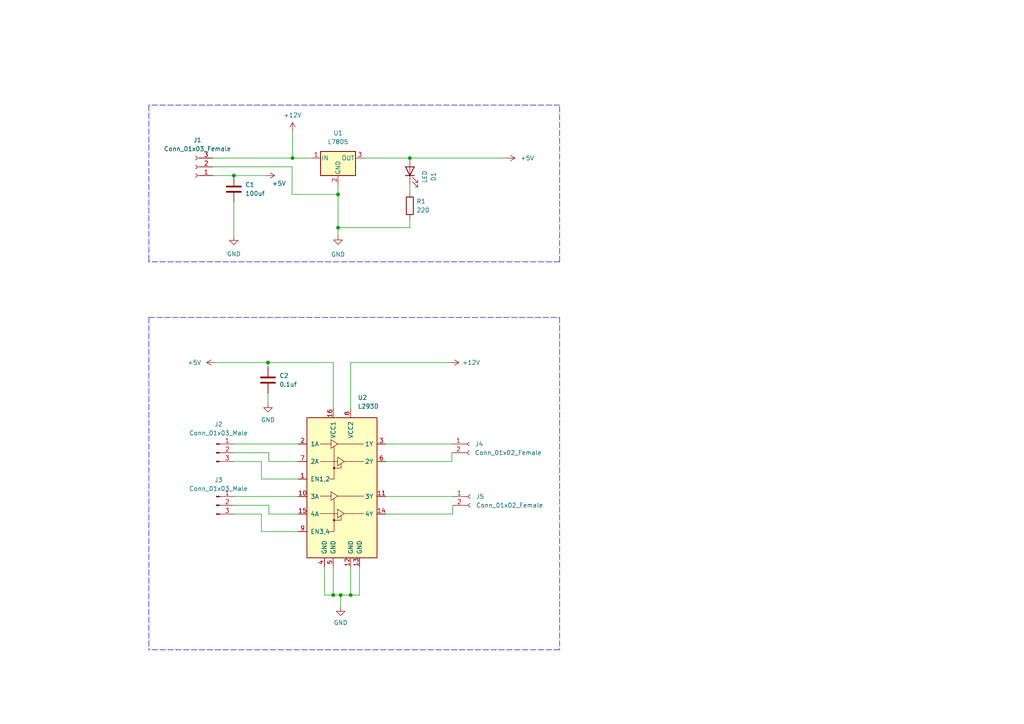
<source format=kicad_sch>
(kicad_sch (version 20211123) (generator eeschema)
  (paper "A4")
  (lib_symbols
    (symbol "Connector:Conn_01x02_Female" (pin_names (offset 1.016) hide)
      (property "Reference" "J" (at 0 2.54 0))
      (property "Value" "Conn_01x02_Female" (at 0 -5.08 0))
      (symbol "Conn_01x02_Female_1_1"
        (arc (start 0 -2.032) (mid -0.508 -2.54) (end 0 -3.048) (stroke (width 0.1524)))
        (polyline (pts (xy -1.27 -2.54) (xy -0.508 -2.54)) (stroke (width 0.1524)))
        (polyline (pts (xy -1.27 0) (xy -0.508 0)) (stroke (width 0.1524)))
        (arc (start 0 0.508) (mid -0.508 0) (end 0 -0.508) (stroke (width 0.1524)))
        (pin passive line (at -5.08 0 0) (length 3.81) (name "Pin_1") (number "1"))
        (pin passive line (at -5.08 -2.54 0) (length 3.81) (name "Pin_2") (number "2"))
      )
    )
    (symbol "Connector:Conn_01x03_Female" (pin_names (offset 1.016) hide)
      (property "Reference" "J" (at 0 5.08 0))
      (property "Value" "Conn_01x03_Female" (at 0 -5.08 0))
      (symbol "Conn_01x03_Female_1_1"
        (arc (start 0 -2.032) (mid -0.508 -2.54) (end 0 -3.048) (stroke (width 0.1524)))
        (polyline (pts (xy -1.27 -2.54) (xy -0.508 -2.54)) (stroke (width 0.1524)))
        (polyline (pts (xy -1.27 0) (xy -0.508 0)) (stroke (width 0.1524)))
        (polyline (pts (xy -1.27 2.54) (xy -0.508 2.54)) (stroke (width 0.1524)))
        (arc (start 0 0.508) (mid -0.508 0) (end 0 -0.508) (stroke (width 0.1524)))
        (arc (start 0 3.048) (mid -0.508 2.54) (end 0 2.032) (stroke (width 0.1524)))
        (pin passive line (at -5.08 2.54 0) (length 3.81) (name "Pin_1") (number "1"))
        (pin passive line (at -5.08 0 0) (length 3.81) (name "Pin_2") (number "2"))
        (pin passive line (at -5.08 -2.54 0) (length 3.81) (name "Pin_3") (number "3"))
      )
    )
    (symbol "Connector:Conn_01x03_Male" (pin_names (offset 1.016) hide)
      (property "Reference" "J" (at 0 5.08 0))
      (property "Value" "Conn_01x03_Male" (at 0 -5.08 0))
      (symbol "Conn_01x03_Male_1_1"
        (polyline (pts (xy 1.27 -2.54) (xy 0.8636 -2.54)) (stroke (width 0.1524)))
        (polyline (pts (xy 1.27 0) (xy 0.8636 0)) (stroke (width 0.1524)))
        (polyline (pts (xy 1.27 2.54) (xy 0.8636 2.54)) (stroke (width 0.1524)))
        (rectangle (start 0.8636 -2.413) (end 0 -2.667) (stroke (width 0.1524)) (fill (type outline)))
        (rectangle (start 0.8636 0.127) (end 0 -0.127) (stroke (width 0.1524)) (fill (type outline)))
        (rectangle (start 0.8636 2.667) (end 0 2.413) (stroke (width 0.1524)) (fill (type outline)))
        (pin passive line (at 5.08 2.54 180) (length 3.81) (name "Pin_1") (number "1"))
        (pin passive line (at 5.08 0 180) (length 3.81) (name "Pin_2") (number "2"))
        (pin passive line (at 5.08 -2.54 180) (length 3.81) (name "Pin_3") (number "3"))
      )
    )
    (symbol "Device:C" (pin_numbers hide) (pin_names (offset 0.254))
      (property "Reference" "C" (at 0.635 2.54 0))
      (property "Value" "C" (at 0.635 -2.54 0))
      (symbol "C_0_1"
        (polyline (pts (xy -2.032 -0.762) (xy 2.032 -0.762)) (stroke (width 0.508)))
        (polyline (pts (xy -2.032 0.762) (xy 2.032 0.762)) (stroke (width 0.508)))
      )
      (symbol "C_1_1"
        (pin passive line (at 0 3.81 270) (length 2.794) (name "~") (number "1"))
        (pin passive line (at 0 -3.81 90) (length 2.794) (name "~") (number "2"))
      )
    )
    (symbol "Device:LED" (pin_numbers hide) (pin_names (offset 1.016) hide)
      (property "Reference" "D" (at 0 2.54 0))
      (property "Value" "LED" (at 0 -2.54 0))
      (symbol "LED_0_1"
        (polyline (pts (xy -1.27 -1.27) (xy -1.27 1.27)) (stroke (width 0.254)))
        (polyline (pts (xy -1.27 0) (xy 1.27 0)))
        (polyline (pts (xy 1.27 -1.27) (xy 1.27 1.27) (xy -1.27 0) (xy 1.27 -1.27)) (stroke (width 0.254)))
        (polyline (pts (xy -3.048 -0.762) (xy -4.572 -2.286) (xy -3.81 -2.286) (xy -4.572 -2.286) (xy -4.572 -1.524)))
        (polyline (pts (xy -1.778 -0.762) (xy -3.302 -2.286) (xy -2.54 -2.286) (xy -3.302 -2.286) (xy -3.302 -1.524)))
      )
      (symbol "LED_1_1"
        (pin passive line (at -3.81 0 0) (length 2.54) (name "K") (number "1"))
        (pin passive line (at 3.81 0 180) (length 2.54) (name "A") (number "2"))
      )
    )
    (symbol "Device:R" (pin_numbers hide) (pin_names (offset 0))
      (property "Reference" "R" (at 2.032 0 90))
      (property "Value" "R" (at 0 0 90))
      (symbol "R_0_1"
        (rectangle (start -1.016 -2.54) (end 1.016 2.54) (stroke (width 0.254)))
      )
      (symbol "R_1_1"
        (pin passive line (at 0 3.81 270) (length 1.27) (name "~") (number "1"))
        (pin passive line (at 0 -3.81 90) (length 1.27) (name "~") (number "2"))
      )
    )
    (symbol "Driver_Motor:L293D" (pin_names (offset 1.016))
      (property "Reference" "U" (at -5.08 26.035 0))
      (property "Value" "L293D" (at -5.08 24.13 0))
      (symbol "L293D_0_1"
        (rectangle (start -10.16 22.86) (end 10.16 -17.78) (stroke (width 0.254)) (fill (type background)))
        (circle (center -2.286 -6.858) (radius 0.254) (fill (type outline)))
        (circle (center -2.286 8.255) (radius 0.254) (fill (type outline)))
        (polyline (pts (xy -6.35 -4.953) (xy -1.27 -4.953)))
        (polyline (pts (xy -6.35 0.127) (xy -3.175 0.127)))
        (polyline (pts (xy -6.35 10.16) (xy -1.27 10.16)))
        (polyline (pts (xy -6.35 15.24) (xy -3.175 15.24)))
        (polyline (pts (xy -1.27 0.127) (xy 6.35 0.127)))
        (polyline (pts (xy -1.27 15.24) (xy 6.35 15.24)))
        (polyline (pts (xy 0.635 -4.953) (xy 6.35 -4.953)))
        (polyline (pts (xy 0.635 10.16) (xy 6.35 10.16)))
        (polyline (pts (xy -2.286 -6.858) (xy -0.254 -6.858) (xy -0.254 -5.588)))
        (polyline (pts (xy -2.286 -0.635) (xy -2.286 -10.16) (xy -3.556 -10.16)))
        (polyline (pts (xy -2.286 8.255) (xy -0.254 8.255) (xy -0.254 9.525)))
        (polyline (pts (xy -2.286 14.478) (xy -2.286 5.08) (xy -3.556 5.08)))
        (polyline (pts (xy -3.175 1.397) (xy -3.175 -1.143) (xy -1.27 0.127) (xy -3.175 1.397)))
        (polyline (pts (xy -3.175 16.51) (xy -3.175 13.97) (xy -1.27 15.24) (xy -3.175 16.51)))
        (polyline (pts (xy -1.27 -3.683) (xy -1.27 -6.223) (xy 0.635 -4.953) (xy -1.27 -3.683)))
        (polyline (pts (xy -1.27 11.43) (xy -1.27 8.89) (xy 0.635 10.16) (xy -1.27 11.43)))
      )
      (symbol "L293D_1_1"
        (pin input line (at -12.7 5.08 0) (length 2.54) (name "EN1,2") (number "1"))
        (pin input line (at -12.7 0 0) (length 2.54) (name "3A") (number "10"))
        (pin output line (at 12.7 0 180) (length 2.54) (name "3Y") (number "11"))
        (pin power_in line (at 2.54 -20.32 90) (length 2.54) (name "GND") (number "12"))
        (pin power_in line (at 5.08 -20.32 90) (length 2.54) (name "GND") (number "13"))
        (pin output line (at 12.7 -5.08 180) (length 2.54) (name "4Y") (number "14"))
        (pin input line (at -12.7 -5.08 0) (length 2.54) (name "4A") (number "15"))
        (pin power_in line (at -2.54 25.4 270) (length 2.54) (name "VCC1") (number "16"))
        (pin input line (at -12.7 15.24 0) (length 2.54) (name "1A") (number "2"))
        (pin output line (at 12.7 15.24 180) (length 2.54) (name "1Y") (number "3"))
        (pin power_in line (at -5.08 -20.32 90) (length 2.54) (name "GND") (number "4"))
        (pin power_in line (at -2.54 -20.32 90) (length 2.54) (name "GND") (number "5"))
        (pin output line (at 12.7 10.16 180) (length 2.54) (name "2Y") (number "6"))
        (pin input line (at -12.7 10.16 0) (length 2.54) (name "2A") (number "7"))
        (pin power_in line (at 2.54 25.4 270) (length 2.54) (name "VCC2") (number "8"))
        (pin input line (at -12.7 -10.16 0) (length 2.54) (name "EN3,4") (number "9"))
      )
    )
    (symbol "Regulator_Linear:L7805" (pin_names (offset 0.254))
      (property "Reference" "U" (at -3.81 3.175 0))
      (property "Value" "L7805" (at 0 3.175 0))
      (symbol "L7805_0_1"
        (rectangle (start -5.08 1.905) (end 5.08 -5.08) (stroke (width 0.254)) (fill (type background)))
      )
      (symbol "L7805_1_1"
        (pin power_in line (at -7.62 0 0) (length 2.54) (name "IN") (number "1"))
        (pin power_in line (at 0 -7.62 90) (length 2.54) (name "GND") (number "2"))
        (pin power_out line (at 7.62 0 180) (length 2.54) (name "OUT") (number "3"))
      )
    )
    (symbol "power:+12V" (power) (pin_names (offset 0))
      (property "Value" "+12V" (at 0 3.556 0))
      (symbol "+12V_0_1"
        (polyline (pts (xy -0.762 1.27) (xy 0 2.54)))
        (polyline (pts (xy 0 0) (xy 0 2.54)))
        (polyline (pts (xy 0 2.54) (xy 0.762 1.27)))
      )
      (symbol "+12V_1_1"
        (pin power_in line (at 0 0 90) (length 0) hide (name "+12V") (number "1"))
      )
    )
    (symbol "power:+5V" (power) (pin_names (offset 0))
      (property "Value" "+5V" (at 0 3.556 0))
      (symbol "+5V_0_1"
        (polyline (pts (xy -0.762 1.27) (xy 0 2.54)))
        (polyline (pts (xy 0 0) (xy 0 2.54)))
        (polyline (pts (xy 0 2.54) (xy 0.762 1.27)))
      )
      (symbol "+5V_1_1"
        (pin power_in line (at 0 0 90) (length 0) hide (name "+5V") (number "1"))
      )
    )
    (symbol "power:GND" (power) (pin_names (offset 0))
      (property "Value" "GND" (at 0 -3.81 0))
      (symbol "GND_0_1"
        (polyline (pts (xy 0 0) (xy 0 -1.27) (xy 1.27 -1.27) (xy 0 -2.54) (xy -1.27 -1.27) (xy 0 -1.27)))
      )
      (symbol "GND_1_1"
        (pin power_in line (at 0 0 270) (length 0) hide (name "GND") (number "1"))
      )
    )
  )
  (junction (at 101.727 172.593))
  (junction (at 98.044 66.04))
  (junction (at 98.044 56.388))
  (junction (at 96.647 172.593))
  (junction (at 118.872 45.847))
  (junction (at 67.818 50.927))
  (junction (at 98.806 172.593))
  (junction (at 84.836 45.847))
  (junction (at 77.724 105.156))
  (polyline (pts (xy 162.306 92.075) (xy 162.306 188.468)))
  (wire (pts (xy 101.727 105.156) (xy 130.556 105.156)))
  (wire (pts (xy 67.818 146.558) (xy 77.978 146.558)))
  (polyline (pts (xy 162.306 75.946) (xy 43.18 75.946)))
  (wire (pts (xy 75.819 133.858) (xy 75.819 138.938)))
  (wire (pts (xy 98.044 56.388) (xy 98.044 66.04)))
  (wire (pts (xy 96.647 118.618) (xy 96.647 105.156)))
  (wire (pts (xy 98.044 53.467) (xy 98.044 56.388)))
  (wire (pts (xy 94.107 172.593) (xy 96.647 172.593)))
  (wire (pts (xy 131.318 149.098) (xy 131.318 146.558)))
  (polyline (pts (xy 162.306 188.468) (xy 43.18 188.468)))
  (wire (pts (xy 94.107 164.338) (xy 94.107 172.593)))
  (wire (pts (xy 67.818 50.927) (xy 77.089 50.927)))
  (wire (pts (xy 105.664 45.847) (xy 118.872 45.847)))
  (wire (pts (xy 77.978 133.858) (xy 86.487 133.858)))
  (wire (pts (xy 101.727 172.593) (xy 104.267 172.593)))
  (wire (pts (xy 67.818 144.018) (xy 86.487 144.018)))
  (wire (pts (xy 61.722 45.847) (xy 84.836 45.847)))
  (wire (pts (xy 101.727 118.618) (xy 101.727 105.156)))
  (polyline (pts (xy 43.18 75.946) (xy 43.18 75.438)))
  (wire (pts (xy 96.647 105.156) (xy 77.724 105.156)))
  (wire (pts (xy 84.709 48.387) (xy 84.709 56.388)))
  (wire (pts (xy 111.887 149.098) (xy 131.318 149.098)))
  (wire (pts (xy 96.647 164.338) (xy 96.647 172.593)))
  (wire (pts (xy 62.484 105.156) (xy 77.724 105.156)))
  (wire (pts (xy 84.709 56.388) (xy 98.044 56.388)))
  (wire (pts (xy 75.819 149.098) (xy 75.819 154.178)))
  (wire (pts (xy 77.978 146.558) (xy 77.978 149.098)))
  (wire (pts (xy 118.872 63.5) (xy 118.872 66.04)))
  (wire (pts (xy 75.819 154.178) (xy 86.487 154.178)))
  (wire (pts (xy 77.978 131.318) (xy 77.978 133.858)))
  (wire (pts (xy 111.887 128.778) (xy 131.064 128.778)))
  (polyline (pts (xy 162.306 75.946) (xy 162.306 30.48)))
  (wire (pts (xy 111.887 144.018) (xy 131.318 144.018)))
  (wire (pts (xy 98.806 172.593) (xy 98.806 176.022)))
  (wire (pts (xy 101.727 164.338) (xy 101.727 172.593)))
  (wire (pts (xy 61.722 50.927) (xy 67.818 50.927)))
  (wire (pts (xy 67.818 131.318) (xy 77.978 131.318)))
  (wire (pts (xy 77.724 114.046) (xy 77.724 116.967)))
  (wire (pts (xy 84.836 38.1) (xy 84.836 45.847)))
  (wire (pts (xy 104.267 172.593) (xy 104.267 164.338)))
  (wire (pts (xy 98.044 66.04) (xy 98.044 68.326)))
  (polyline (pts (xy 162.306 30.48) (xy 43.18 30.48)))
  (wire (pts (xy 77.978 149.098) (xy 86.487 149.098)))
  (wire (pts (xy 111.887 133.858) (xy 131.064 133.858)))
  (wire (pts (xy 77.724 106.426) (xy 77.724 105.156)))
  (wire (pts (xy 61.722 48.387) (xy 84.709 48.387)))
  (wire (pts (xy 118.872 53.467) (xy 118.872 55.88)))
  (polyline (pts (xy 43.18 92.075) (xy 43.18 188.468)))
  (wire (pts (xy 67.818 149.098) (xy 75.819 149.098)))
  (wire (pts (xy 67.818 58.674) (xy 67.818 68.453)))
  (wire (pts (xy 118.872 66.04) (xy 98.044 66.04)))
  (wire (pts (xy 98.806 172.593) (xy 101.727 172.593)))
  (wire (pts (xy 131.064 133.858) (xy 131.064 131.318)))
  (wire (pts (xy 75.819 138.938) (xy 86.487 138.938)))
  (wire (pts (xy 84.836 45.847) (xy 90.424 45.847)))
  (wire (pts (xy 118.872 45.847) (xy 146.812 45.847)))
  (polyline (pts (xy 43.18 92.075) (xy 162.306 92.075)))
  (wire (pts (xy 67.818 128.778) (xy 86.487 128.778)))
  (wire (pts (xy 96.647 172.593) (xy 98.806 172.593)))
  (wire (pts (xy 67.818 133.858) (xy 75.819 133.858)))
  (wire (pts (xy 67.818 50.927) (xy 67.818 51.054)))
  (polyline (pts (xy 43.18 30.48) (xy 43.18 75.946)))
  (symbol (lib_id "power:GND") (at 98.806 176.022 0) (unit 1)
    (property "Reference" "#PWR0104" (effects hide))
    (property "Value" "GND" (at 98.806 180.594 0))
  )
  (symbol (lib_id "power:+12V") (at 84.836 38.1 0) (unit 1)
    (property "Reference" "#PWR0108" (effects hide))
    (property "Value" "+12V" (at 84.836 33.401 0))
  )
  (symbol (lib_id "Connector:Conn_01x02_Female") (at 136.144 128.778 0) (unit 1)
    (property "Reference" "J4" (at 137.795 128.7779 0) (effects (justify left)))
    (property "Value" "Conn_01x02_Female" (at 137.668 131.318 0) (effects (justify left)))
    (property "Footprint" "TerminalBlock:TerminalBlock_Altech_AK300-2_P5.00mm" (effects hide))
  )
  (symbol (lib_id "power:+12V") (at 130.556 105.156 270) (unit 1)
    (property "Reference" "#PWR0105" (effects hide))
    (property "Value" "+12V" (at 133.985 105.1559 90) (effects (justify left)))
  )
  (symbol (lib_id "Device:C") (at 77.724 110.236 0) (unit 1)
    (property "Reference" "C2" (at 81.026 108.9659 0) (effects (justify left)))
    (property "Value" "0.1uf" (at 81.026 111.5059 0) (effects (justify left)))
    (property "Footprint" "Capacitor_THT:C_Disc_D3.0mm_W1.6mm_P2.50mm" (effects hide))
  )
  (symbol (lib_id "Driver_Motor:L293D") (at 99.187 144.018 0) (unit 1)
    (property "Reference" "U2" (at 103.7464 115.316 0) (effects (justify left)))
    (property "Value" "L293D" (at 103.7464 117.856 0) (effects (justify left)))
    (property "Footprint" "Package_DIP:DIP-16_W7.62mm" (effects hide))
    (property "Datasheet" "http://www.ti.com/lit/ds/symlink/l293.pdf" (effects hide))
  )
  (symbol (lib_id "Connector:Conn_01x03_Male") (at 62.738 131.318 0) (unit 1)
    (property "Reference" "J2" (at 63.373 123.063 0))
    (property "Value" "Conn_01x03_Male" (at 63.373 125.603 0))
    (property "Footprint" "Connector_PinHeader_2.54mm:PinHeader_1x03_P2.54mm_Vertical" (effects hide))
  )
  (symbol (lib_id "Device:LED") (at 118.872 49.657 90) (unit 1)
    (property "Reference" "D1" (at 125.73 51.2445 0))
    (property "Value" "LED" (at 123.19 51.2445 0))
    (property "Footprint" "LED_THT:LED_D5.0mm" (effects hide))
  )
  (symbol (lib_id "power:+5V") (at 62.484 105.156 90) (unit 1)
    (property "Reference" "#PWR?" (effects hide))
    (property "Value" "+5V" (at 58.42 105.1559 90) (effects (justify left)))
  )
  (symbol (lib_id "power:+5V") (at 146.812 45.847 270) (unit 1)
    (property "Reference" "#PWR0109" (effects hide))
    (property "Value" "+5V" (at 150.876 45.8469 90) (effects (justify left)))
  )
  (symbol (lib_id "power:GND") (at 67.818 68.453 0) (unit 1)
    (property "Reference" "#PWR0101" (effects hide))
    (property "Value" "GND" (at 67.818 73.66 0))
  )
  (symbol (lib_id "power:+5V") (at 77.089 50.927 270) (unit 1)
    (property "Reference" "#PWR0106" (effects hide))
    (property "Value" "+5V" (at 78.867 53.213 90) (effects (justify left)))
  )
  (symbol (lib_id "Regulator_Linear:L7805") (at 98.044 45.847 0) (unit 1)
    (property "Reference" "U1" (at 98.044 38.608 0))
    (property "Value" "L7805" (at 98.044 41.148 0))
    (property "Footprint" "Package_TO_SOT_THT:TO-220-3_Vertical" (effects hide))
    (property "Datasheet" "http://www.st.com/content/ccc/resource/technical/document/datasheet/41/4f/b3/b0/12/d4/47/88/CD00000444.pdf/files/CD00000444.pdf/jcr:content/translations/en.CD00000444.pdf" (effects hide))
  )
  (symbol (lib_id "Connector:Conn_01x02_Female") (at 136.398 144.018 0) (unit 1)
    (property "Reference" "J5" (at 138.049 144.0179 0) (effects (justify left)))
    (property "Value" "Conn_01x02_Female" (at 138.049 146.5579 0) (effects (justify left)))
    (property "Footprint" "TerminalBlock:TerminalBlock_Altech_AK300-2_P5.00mm" (effects hide))
  )
  (symbol (lib_id "power:GND") (at 77.724 116.967 0) (unit 1)
    (property "Reference" "#PWR0103" (effects hide))
    (property "Value" "GND" (at 77.724 121.793 0))
  )
  (symbol (lib_id "power:GND") (at 98.044 68.326 0) (unit 1)
    (property "Reference" "#PWR0102" (effects hide))
    (property "Value" "GND" (at 98.044 73.787 0))
  )
  (symbol (lib_id "Connector:Conn_01x03_Male") (at 62.738 146.558 0) (unit 1)
    (property "Reference" "J3" (at 63.373 139.192 0))
    (property "Value" "Conn_01x03_Male" (at 63.373 141.732 0))
    (property "Footprint" "Connector_PinHeader_2.54mm:PinHeader_1x03_P2.54mm_Vertical" (effects hide))
  )
  (symbol (lib_id "Connector:Conn_01x03_Female") (at 56.642 48.387 180) (unit 1)
    (property "Reference" "J1" (at 57.277 40.64 0))
    (property "Value" "Conn_01x03_Female" (at 57.277 43.18 0))
    (property "Footprint" "TerminalBlock:TerminalBlock_Altech_AK300-3_P5.00mm" (effects hide))
  )
  (symbol (lib_id "Device:C") (at 67.818 54.864 0) (unit 1)
    (property "Reference" "C1" (at 71.12 53.5939 0) (effects (justify left)))
    (property "Value" "100uf" (at 71.12 56.1339 0) (effects (justify left)))
    (property "Footprint" "Capacitor_THT:CP_Radial_D4.0mm_P1.50mm" (effects hide))
  )
  (symbol (lib_id "Device:R") (at 118.872 59.69 180) (unit 1)
    (property "Reference" "R1" (at 120.777 58.4199 0) (effects (justify right)))
    (property "Value" "220" (at 120.777 60.9599 0) (effects (justify right)))
    (property "Footprint" "Resistor_THT:R_Axial_DIN0207_L6.3mm_D2.5mm_P7.62mm_Horizontal" (effects hide))
  )
)
</source>
